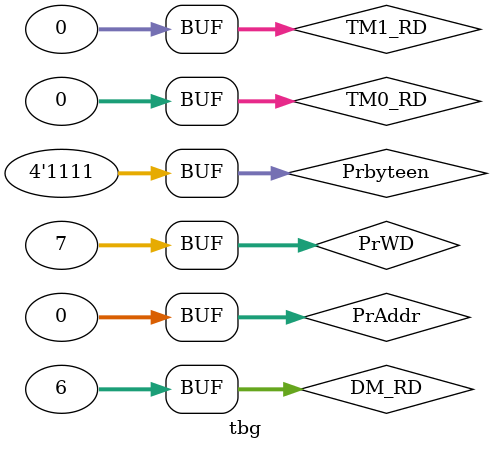
<source format=v>
`timescale 1ns / 1ps


module tbg;

	// Inputs
	reg [31:0] PrAddr;
	reg [31:0] PrWD;
	reg [3:0] Prbyteen;
	reg [31:0] DM_RD;
	reg [31:0] TM0_RD;
	reg [31:0] TM1_RD;

	// Outputs
	wire [31:0] PrRD;
	wire [31:0] DM_Addr;
	wire [31:0] DM_WD;
	wire [3:0] DM_byteen;
	wire [31:0] TM0_Addr;
	wire [31:0] TM0_WD;
	wire TM0_we;
	wire [31:0] TM1_Addr;
	wire [31:0] TM1_WD;
	wire TM1_we;

	// Instantiate the Unit Under Test (UUT)
	Bridge uut (
		.PrAddr(PrAddr), 
		.PrRD(PrRD), 
		.PrWD(PrWD), 
		.Prbyteen(Prbyteen), 
		.DM_Addr(DM_Addr), 
		.DM_RD(DM_RD), 
		.DM_WD(DM_WD), 
		.DM_byteen(DM_byteen), 
		.TM0_Addr(TM0_Addr), 
		.TM0_RD(TM0_RD), 
		.TM0_WD(TM0_WD), 
		.TM0_we(TM0_we), 
		.TM1_Addr(TM1_Addr), 
		.TM1_RD(TM1_RD), 
		.TM1_WD(TM1_WD), 
		.TM1_we(TM1_we)
	);

	initial begin
		// Initialize Inputs
		PrAddr = 32'h0000_0000;
		PrWD = 32'd7;
		Prbyteen = 4'b1111;
		DM_RD = 32'd6;
		TM0_RD = 0;
		TM1_RD = 0;

		// Wait 100 ns for global reset to finish
		#100;
        
		// Add stimulus here

	end
      
endmodule


</source>
